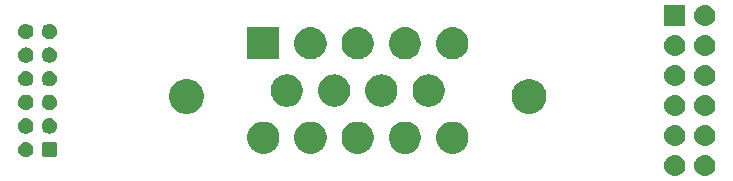
<source format=gbr>
G04 #@! TF.GenerationSoftware,KiCad,Pcbnew,(5.1.4)-1*
G04 #@! TF.CreationDate,2020-11-15T00:00:24-05:00*
G04 #@! TF.ProjectId,MAIN_newBreakoutBoard,4d41494e-5f6e-4657-9742-7265616b6f75,v1.0*
G04 #@! TF.SameCoordinates,Original*
G04 #@! TF.FileFunction,Soldermask,Top*
G04 #@! TF.FilePolarity,Negative*
%FSLAX46Y46*%
G04 Gerber Fmt 4.6, Leading zero omitted, Abs format (unit mm)*
G04 Created by KiCad (PCBNEW (5.1.4)-1) date 2020-11-15 00:00:24*
%MOMM*%
%LPD*%
G04 APERTURE LIST*
%ADD10C,0.100000*%
G04 APERTURE END LIST*
D10*
G36*
X179546588Y-105462234D02*
G01*
X179716389Y-105513743D01*
X179872879Y-105597389D01*
X180010043Y-105709957D01*
X180122611Y-105847121D01*
X180206257Y-106003611D01*
X180257766Y-106173412D01*
X180275158Y-106350000D01*
X180257766Y-106526588D01*
X180206257Y-106696389D01*
X180122611Y-106852879D01*
X180010043Y-106990043D01*
X179872879Y-107102611D01*
X179716389Y-107186257D01*
X179546588Y-107237766D01*
X179414249Y-107250800D01*
X179325751Y-107250800D01*
X179193412Y-107237766D01*
X179023611Y-107186257D01*
X178867121Y-107102611D01*
X178729957Y-106990043D01*
X178617389Y-106852879D01*
X178533743Y-106696389D01*
X178482234Y-106526588D01*
X178464842Y-106350000D01*
X178482234Y-106173412D01*
X178533743Y-106003611D01*
X178617389Y-105847121D01*
X178729957Y-105709957D01*
X178867121Y-105597389D01*
X179023611Y-105513743D01*
X179193412Y-105462234D01*
X179325751Y-105449200D01*
X179414249Y-105449200D01*
X179546588Y-105462234D01*
X179546588Y-105462234D01*
G37*
G36*
X177006588Y-105462234D02*
G01*
X177176389Y-105513743D01*
X177332879Y-105597389D01*
X177470043Y-105709957D01*
X177582611Y-105847121D01*
X177666257Y-106003611D01*
X177717766Y-106173412D01*
X177735158Y-106350000D01*
X177717766Y-106526588D01*
X177666257Y-106696389D01*
X177582611Y-106852879D01*
X177470043Y-106990043D01*
X177332879Y-107102611D01*
X177176389Y-107186257D01*
X177006588Y-107237766D01*
X176874249Y-107250800D01*
X176785751Y-107250800D01*
X176653412Y-107237766D01*
X176483611Y-107186257D01*
X176327121Y-107102611D01*
X176189957Y-106990043D01*
X176077389Y-106852879D01*
X175993743Y-106696389D01*
X175942234Y-106526588D01*
X175924842Y-106350000D01*
X175942234Y-106173412D01*
X175993743Y-106003611D01*
X176077389Y-105847121D01*
X176189957Y-105709957D01*
X176327121Y-105597389D01*
X176483611Y-105513743D01*
X176653412Y-105462234D01*
X176785751Y-105449200D01*
X176874249Y-105449200D01*
X177006588Y-105462234D01*
X177006588Y-105462234D01*
G37*
G36*
X122079831Y-104374210D02*
G01*
X122198269Y-104423268D01*
X122304861Y-104494491D01*
X122395509Y-104585139D01*
X122466732Y-104691731D01*
X122515790Y-104810169D01*
X122540800Y-104935902D01*
X122540800Y-105064098D01*
X122515790Y-105189831D01*
X122466732Y-105308269D01*
X122395509Y-105414861D01*
X122304861Y-105505509D01*
X122198269Y-105576732D01*
X122079831Y-105625790D01*
X121954098Y-105650800D01*
X121825902Y-105650800D01*
X121700169Y-105625790D01*
X121581731Y-105576732D01*
X121475139Y-105505509D01*
X121384491Y-105414861D01*
X121313268Y-105308269D01*
X121264210Y-105189831D01*
X121239200Y-105064098D01*
X121239200Y-104935902D01*
X121264210Y-104810169D01*
X121313268Y-104691731D01*
X121384491Y-104585139D01*
X121475139Y-104494491D01*
X121581731Y-104423268D01*
X121700169Y-104374210D01*
X121825902Y-104349200D01*
X121954098Y-104349200D01*
X122079831Y-104374210D01*
X122079831Y-104374210D01*
G37*
G36*
X124346198Y-104354084D02*
G01*
X124391499Y-104367826D01*
X124433240Y-104390137D01*
X124469833Y-104420167D01*
X124499863Y-104456760D01*
X124522174Y-104498501D01*
X124535916Y-104543802D01*
X124540800Y-104593391D01*
X124540800Y-105406609D01*
X124535916Y-105456198D01*
X124522174Y-105501499D01*
X124499863Y-105543240D01*
X124469833Y-105579833D01*
X124433240Y-105609863D01*
X124391499Y-105632174D01*
X124346198Y-105645916D01*
X124296609Y-105650800D01*
X123483391Y-105650800D01*
X123433802Y-105645916D01*
X123388501Y-105632174D01*
X123346760Y-105609863D01*
X123310167Y-105579833D01*
X123280137Y-105543240D01*
X123257826Y-105501499D01*
X123244084Y-105456198D01*
X123239200Y-105406609D01*
X123239200Y-104593391D01*
X123244084Y-104543802D01*
X123257826Y-104498501D01*
X123280137Y-104456760D01*
X123310167Y-104420167D01*
X123346760Y-104390137D01*
X123388501Y-104367826D01*
X123433802Y-104354084D01*
X123483391Y-104349200D01*
X124296609Y-104349200D01*
X124346198Y-104354084D01*
X124346198Y-104354084D01*
G37*
G36*
X150222069Y-102654164D02*
G01*
X150397662Y-102689091D01*
X150645765Y-102791859D01*
X150869053Y-102941055D01*
X151058945Y-103130947D01*
X151208141Y-103354235D01*
X151310909Y-103602338D01*
X151363300Y-103865728D01*
X151363300Y-104134272D01*
X151310909Y-104397662D01*
X151208141Y-104645765D01*
X151058945Y-104869053D01*
X150869053Y-105058945D01*
X150645765Y-105208141D01*
X150397662Y-105310909D01*
X150222069Y-105345836D01*
X150134273Y-105363300D01*
X149865727Y-105363300D01*
X149777931Y-105345836D01*
X149602338Y-105310909D01*
X149354235Y-105208141D01*
X149130947Y-105058945D01*
X148941055Y-104869053D01*
X148791859Y-104645765D01*
X148689091Y-104397662D01*
X148636700Y-104134272D01*
X148636700Y-103865728D01*
X148689091Y-103602338D01*
X148791859Y-103354235D01*
X148941055Y-103130947D01*
X149130947Y-102941055D01*
X149354235Y-102791859D01*
X149602338Y-102689091D01*
X149777931Y-102654164D01*
X149865727Y-102636700D01*
X150134273Y-102636700D01*
X150222069Y-102654164D01*
X150222069Y-102654164D01*
G37*
G36*
X146222069Y-102654164D02*
G01*
X146397662Y-102689091D01*
X146645765Y-102791859D01*
X146869053Y-102941055D01*
X147058945Y-103130947D01*
X147208141Y-103354235D01*
X147310909Y-103602338D01*
X147363300Y-103865728D01*
X147363300Y-104134272D01*
X147310909Y-104397662D01*
X147208141Y-104645765D01*
X147058945Y-104869053D01*
X146869053Y-105058945D01*
X146645765Y-105208141D01*
X146397662Y-105310909D01*
X146222069Y-105345836D01*
X146134273Y-105363300D01*
X145865727Y-105363300D01*
X145777931Y-105345836D01*
X145602338Y-105310909D01*
X145354235Y-105208141D01*
X145130947Y-105058945D01*
X144941055Y-104869053D01*
X144791859Y-104645765D01*
X144689091Y-104397662D01*
X144636700Y-104134272D01*
X144636700Y-103865728D01*
X144689091Y-103602338D01*
X144791859Y-103354235D01*
X144941055Y-103130947D01*
X145130947Y-102941055D01*
X145354235Y-102791859D01*
X145602338Y-102689091D01*
X145777931Y-102654164D01*
X145865727Y-102636700D01*
X146134273Y-102636700D01*
X146222069Y-102654164D01*
X146222069Y-102654164D01*
G37*
G36*
X142222069Y-102654164D02*
G01*
X142397662Y-102689091D01*
X142645765Y-102791859D01*
X142869053Y-102941055D01*
X143058945Y-103130947D01*
X143208141Y-103354235D01*
X143310909Y-103602338D01*
X143363300Y-103865728D01*
X143363300Y-104134272D01*
X143310909Y-104397662D01*
X143208141Y-104645765D01*
X143058945Y-104869053D01*
X142869053Y-105058945D01*
X142645765Y-105208141D01*
X142397662Y-105310909D01*
X142222069Y-105345836D01*
X142134273Y-105363300D01*
X141865727Y-105363300D01*
X141777931Y-105345836D01*
X141602338Y-105310909D01*
X141354235Y-105208141D01*
X141130947Y-105058945D01*
X140941055Y-104869053D01*
X140791859Y-104645765D01*
X140689091Y-104397662D01*
X140636700Y-104134272D01*
X140636700Y-103865728D01*
X140689091Y-103602338D01*
X140791859Y-103354235D01*
X140941055Y-103130947D01*
X141130947Y-102941055D01*
X141354235Y-102791859D01*
X141602338Y-102689091D01*
X141777931Y-102654164D01*
X141865727Y-102636700D01*
X142134273Y-102636700D01*
X142222069Y-102654164D01*
X142222069Y-102654164D01*
G37*
G36*
X154222069Y-102654164D02*
G01*
X154397662Y-102689091D01*
X154645765Y-102791859D01*
X154869053Y-102941055D01*
X155058945Y-103130947D01*
X155208141Y-103354235D01*
X155310909Y-103602338D01*
X155363300Y-103865728D01*
X155363300Y-104134272D01*
X155310909Y-104397662D01*
X155208141Y-104645765D01*
X155058945Y-104869053D01*
X154869053Y-105058945D01*
X154645765Y-105208141D01*
X154397662Y-105310909D01*
X154222069Y-105345836D01*
X154134273Y-105363300D01*
X153865727Y-105363300D01*
X153777931Y-105345836D01*
X153602338Y-105310909D01*
X153354235Y-105208141D01*
X153130947Y-105058945D01*
X152941055Y-104869053D01*
X152791859Y-104645765D01*
X152689091Y-104397662D01*
X152636700Y-104134272D01*
X152636700Y-103865728D01*
X152689091Y-103602338D01*
X152791859Y-103354235D01*
X152941055Y-103130947D01*
X153130947Y-102941055D01*
X153354235Y-102791859D01*
X153602338Y-102689091D01*
X153777931Y-102654164D01*
X153865727Y-102636700D01*
X154134273Y-102636700D01*
X154222069Y-102654164D01*
X154222069Y-102654164D01*
G37*
G36*
X158222069Y-102654164D02*
G01*
X158397662Y-102689091D01*
X158645765Y-102791859D01*
X158869053Y-102941055D01*
X159058945Y-103130947D01*
X159208141Y-103354235D01*
X159310909Y-103602338D01*
X159363300Y-103865728D01*
X159363300Y-104134272D01*
X159310909Y-104397662D01*
X159208141Y-104645765D01*
X159058945Y-104869053D01*
X158869053Y-105058945D01*
X158645765Y-105208141D01*
X158397662Y-105310909D01*
X158222069Y-105345836D01*
X158134273Y-105363300D01*
X157865727Y-105363300D01*
X157777931Y-105345836D01*
X157602338Y-105310909D01*
X157354235Y-105208141D01*
X157130947Y-105058945D01*
X156941055Y-104869053D01*
X156791859Y-104645765D01*
X156689091Y-104397662D01*
X156636700Y-104134272D01*
X156636700Y-103865728D01*
X156689091Y-103602338D01*
X156791859Y-103354235D01*
X156941055Y-103130947D01*
X157130947Y-102941055D01*
X157354235Y-102791859D01*
X157602338Y-102689091D01*
X157777931Y-102654164D01*
X157865727Y-102636700D01*
X158134273Y-102636700D01*
X158222069Y-102654164D01*
X158222069Y-102654164D01*
G37*
G36*
X177006588Y-102922234D02*
G01*
X177176389Y-102973743D01*
X177332879Y-103057389D01*
X177470043Y-103169957D01*
X177582611Y-103307121D01*
X177666257Y-103463611D01*
X177717766Y-103633412D01*
X177735158Y-103810000D01*
X177717766Y-103986588D01*
X177666257Y-104156389D01*
X177582611Y-104312879D01*
X177470043Y-104450043D01*
X177332879Y-104562611D01*
X177176389Y-104646257D01*
X177006588Y-104697766D01*
X176874249Y-104710800D01*
X176785751Y-104710800D01*
X176653412Y-104697766D01*
X176483611Y-104646257D01*
X176327121Y-104562611D01*
X176189957Y-104450043D01*
X176077389Y-104312879D01*
X175993743Y-104156389D01*
X175942234Y-103986588D01*
X175924842Y-103810000D01*
X175942234Y-103633412D01*
X175993743Y-103463611D01*
X176077389Y-103307121D01*
X176189957Y-103169957D01*
X176327121Y-103057389D01*
X176483611Y-102973743D01*
X176653412Y-102922234D01*
X176785751Y-102909200D01*
X176874249Y-102909200D01*
X177006588Y-102922234D01*
X177006588Y-102922234D01*
G37*
G36*
X179546588Y-102922234D02*
G01*
X179716389Y-102973743D01*
X179872879Y-103057389D01*
X180010043Y-103169957D01*
X180122611Y-103307121D01*
X180206257Y-103463611D01*
X180257766Y-103633412D01*
X180275158Y-103810000D01*
X180257766Y-103986588D01*
X180206257Y-104156389D01*
X180122611Y-104312879D01*
X180010043Y-104450043D01*
X179872879Y-104562611D01*
X179716389Y-104646257D01*
X179546588Y-104697766D01*
X179414249Y-104710800D01*
X179325751Y-104710800D01*
X179193412Y-104697766D01*
X179023611Y-104646257D01*
X178867121Y-104562611D01*
X178729957Y-104450043D01*
X178617389Y-104312879D01*
X178533743Y-104156389D01*
X178482234Y-103986588D01*
X178464842Y-103810000D01*
X178482234Y-103633412D01*
X178533743Y-103463611D01*
X178617389Y-103307121D01*
X178729957Y-103169957D01*
X178867121Y-103057389D01*
X179023611Y-102973743D01*
X179193412Y-102922234D01*
X179325751Y-102909200D01*
X179414249Y-102909200D01*
X179546588Y-102922234D01*
X179546588Y-102922234D01*
G37*
G36*
X124079831Y-102374210D02*
G01*
X124198269Y-102423268D01*
X124304861Y-102494491D01*
X124395509Y-102585139D01*
X124466732Y-102691731D01*
X124515790Y-102810169D01*
X124540800Y-102935902D01*
X124540800Y-103064098D01*
X124515790Y-103189831D01*
X124466732Y-103308269D01*
X124395509Y-103414861D01*
X124304861Y-103505509D01*
X124198269Y-103576732D01*
X124079831Y-103625790D01*
X123954098Y-103650800D01*
X123825902Y-103650800D01*
X123700169Y-103625790D01*
X123581731Y-103576732D01*
X123475139Y-103505509D01*
X123384491Y-103414861D01*
X123313268Y-103308269D01*
X123264210Y-103189831D01*
X123239200Y-103064098D01*
X123239200Y-102935902D01*
X123264210Y-102810169D01*
X123313268Y-102691731D01*
X123384491Y-102585139D01*
X123475139Y-102494491D01*
X123581731Y-102423268D01*
X123700169Y-102374210D01*
X123825902Y-102349200D01*
X123954098Y-102349200D01*
X124079831Y-102374210D01*
X124079831Y-102374210D01*
G37*
G36*
X122079831Y-102374210D02*
G01*
X122198269Y-102423268D01*
X122304861Y-102494491D01*
X122395509Y-102585139D01*
X122466732Y-102691731D01*
X122515790Y-102810169D01*
X122540800Y-102935902D01*
X122540800Y-103064098D01*
X122515790Y-103189831D01*
X122466732Y-103308269D01*
X122395509Y-103414861D01*
X122304861Y-103505509D01*
X122198269Y-103576732D01*
X122079831Y-103625790D01*
X121954098Y-103650800D01*
X121825902Y-103650800D01*
X121700169Y-103625790D01*
X121581731Y-103576732D01*
X121475139Y-103505509D01*
X121384491Y-103414861D01*
X121313268Y-103308269D01*
X121264210Y-103189831D01*
X121239200Y-103064098D01*
X121239200Y-102935902D01*
X121264210Y-102810169D01*
X121313268Y-102691731D01*
X121384491Y-102585139D01*
X121475139Y-102494491D01*
X121581731Y-102423268D01*
X121700169Y-102374210D01*
X121825902Y-102349200D01*
X121954098Y-102349200D01*
X122079831Y-102374210D01*
X122079831Y-102374210D01*
G37*
G36*
X177006588Y-100382234D02*
G01*
X177176389Y-100433743D01*
X177332879Y-100517389D01*
X177470043Y-100629957D01*
X177582611Y-100767121D01*
X177666257Y-100923611D01*
X177717766Y-101093412D01*
X177735158Y-101270000D01*
X177717766Y-101446588D01*
X177666257Y-101616389D01*
X177582611Y-101772879D01*
X177470043Y-101910043D01*
X177332879Y-102022611D01*
X177176389Y-102106257D01*
X177006588Y-102157766D01*
X176874249Y-102170800D01*
X176785751Y-102170800D01*
X176653412Y-102157766D01*
X176483611Y-102106257D01*
X176327121Y-102022611D01*
X176189957Y-101910043D01*
X176077389Y-101772879D01*
X175993743Y-101616389D01*
X175942234Y-101446588D01*
X175924842Y-101270000D01*
X175942234Y-101093412D01*
X175993743Y-100923611D01*
X176077389Y-100767121D01*
X176189957Y-100629957D01*
X176327121Y-100517389D01*
X176483611Y-100433743D01*
X176653412Y-100382234D01*
X176785751Y-100369200D01*
X176874249Y-100369200D01*
X177006588Y-100382234D01*
X177006588Y-100382234D01*
G37*
G36*
X179546588Y-100382234D02*
G01*
X179716389Y-100433743D01*
X179872879Y-100517389D01*
X180010043Y-100629957D01*
X180122611Y-100767121D01*
X180206257Y-100923611D01*
X180257766Y-101093412D01*
X180275158Y-101270000D01*
X180257766Y-101446588D01*
X180206257Y-101616389D01*
X180122611Y-101772879D01*
X180010043Y-101910043D01*
X179872879Y-102022611D01*
X179716389Y-102106257D01*
X179546588Y-102157766D01*
X179414249Y-102170800D01*
X179325751Y-102170800D01*
X179193412Y-102157766D01*
X179023611Y-102106257D01*
X178867121Y-102022611D01*
X178729957Y-101910043D01*
X178617389Y-101772879D01*
X178533743Y-101616389D01*
X178482234Y-101446588D01*
X178464842Y-101270000D01*
X178482234Y-101093412D01*
X178533743Y-100923611D01*
X178617389Y-100767121D01*
X178729957Y-100629957D01*
X178867121Y-100517389D01*
X179023611Y-100433743D01*
X179193412Y-100382234D01*
X179325751Y-100369200D01*
X179414249Y-100369200D01*
X179546588Y-100382234D01*
X179546588Y-100382234D01*
G37*
G36*
X164930475Y-99080914D02*
G01*
X165199054Y-99192163D01*
X165440768Y-99353671D01*
X165646329Y-99559232D01*
X165807837Y-99800946D01*
X165919086Y-100069525D01*
X165975800Y-100354646D01*
X165975800Y-100645354D01*
X165919086Y-100930475D01*
X165807837Y-101199054D01*
X165646329Y-101440768D01*
X165440768Y-101646329D01*
X165199054Y-101807837D01*
X164930475Y-101919086D01*
X164645354Y-101975800D01*
X164354646Y-101975800D01*
X164069525Y-101919086D01*
X163800946Y-101807837D01*
X163559232Y-101646329D01*
X163353671Y-101440768D01*
X163192163Y-101199054D01*
X163080914Y-100930475D01*
X163024200Y-100645354D01*
X163024200Y-100354646D01*
X163080914Y-100069525D01*
X163192163Y-99800946D01*
X163353671Y-99559232D01*
X163559232Y-99353671D01*
X163800946Y-99192163D01*
X164069525Y-99080914D01*
X164354646Y-99024200D01*
X164645354Y-99024200D01*
X164930475Y-99080914D01*
X164930475Y-99080914D01*
G37*
G36*
X135930475Y-99080914D02*
G01*
X136199054Y-99192163D01*
X136440768Y-99353671D01*
X136646329Y-99559232D01*
X136807837Y-99800946D01*
X136919086Y-100069525D01*
X136975800Y-100354646D01*
X136975800Y-100645354D01*
X136919086Y-100930475D01*
X136807837Y-101199054D01*
X136646329Y-101440768D01*
X136440768Y-101646329D01*
X136199054Y-101807837D01*
X135930475Y-101919086D01*
X135645354Y-101975800D01*
X135354646Y-101975800D01*
X135069525Y-101919086D01*
X134800946Y-101807837D01*
X134559232Y-101646329D01*
X134353671Y-101440768D01*
X134192163Y-101199054D01*
X134080914Y-100930475D01*
X134024200Y-100645354D01*
X134024200Y-100354646D01*
X134080914Y-100069525D01*
X134192163Y-99800946D01*
X134353671Y-99559232D01*
X134559232Y-99353671D01*
X134800946Y-99192163D01*
X135069525Y-99080914D01*
X135354646Y-99024200D01*
X135645354Y-99024200D01*
X135930475Y-99080914D01*
X135930475Y-99080914D01*
G37*
G36*
X122079831Y-100374210D02*
G01*
X122198269Y-100423268D01*
X122304861Y-100494491D01*
X122395509Y-100585139D01*
X122466732Y-100691731D01*
X122515790Y-100810169D01*
X122540800Y-100935902D01*
X122540800Y-101064098D01*
X122515790Y-101189831D01*
X122466732Y-101308269D01*
X122395509Y-101414861D01*
X122304861Y-101505509D01*
X122198269Y-101576732D01*
X122079831Y-101625790D01*
X121954098Y-101650800D01*
X121825902Y-101650800D01*
X121700169Y-101625790D01*
X121581731Y-101576732D01*
X121475139Y-101505509D01*
X121384491Y-101414861D01*
X121313268Y-101308269D01*
X121264210Y-101189831D01*
X121239200Y-101064098D01*
X121239200Y-100935902D01*
X121264210Y-100810169D01*
X121313268Y-100691731D01*
X121384491Y-100585139D01*
X121475139Y-100494491D01*
X121581731Y-100423268D01*
X121700169Y-100374210D01*
X121825902Y-100349200D01*
X121954098Y-100349200D01*
X122079831Y-100374210D01*
X122079831Y-100374210D01*
G37*
G36*
X124079831Y-100374210D02*
G01*
X124198269Y-100423268D01*
X124304861Y-100494491D01*
X124395509Y-100585139D01*
X124466732Y-100691731D01*
X124515790Y-100810169D01*
X124540800Y-100935902D01*
X124540800Y-101064098D01*
X124515790Y-101189831D01*
X124466732Y-101308269D01*
X124395509Y-101414861D01*
X124304861Y-101505509D01*
X124198269Y-101576732D01*
X124079831Y-101625790D01*
X123954098Y-101650800D01*
X123825902Y-101650800D01*
X123700169Y-101625790D01*
X123581731Y-101576732D01*
X123475139Y-101505509D01*
X123384491Y-101414861D01*
X123313268Y-101308269D01*
X123264210Y-101189831D01*
X123239200Y-101064098D01*
X123239200Y-100935902D01*
X123264210Y-100810169D01*
X123313268Y-100691731D01*
X123384491Y-100585139D01*
X123475139Y-100494491D01*
X123581731Y-100423268D01*
X123700169Y-100374210D01*
X123825902Y-100349200D01*
X123954098Y-100349200D01*
X124079831Y-100374210D01*
X124079831Y-100374210D01*
G37*
G36*
X144222069Y-98654164D02*
G01*
X144397662Y-98689091D01*
X144645765Y-98791859D01*
X144869053Y-98941055D01*
X145058945Y-99130947D01*
X145208141Y-99354235D01*
X145310909Y-99602338D01*
X145363300Y-99865728D01*
X145363300Y-100134272D01*
X145310909Y-100397662D01*
X145208141Y-100645765D01*
X145058945Y-100869053D01*
X144869053Y-101058945D01*
X144645765Y-101208141D01*
X144397662Y-101310909D01*
X144222069Y-101345836D01*
X144134273Y-101363300D01*
X143865727Y-101363300D01*
X143777931Y-101345836D01*
X143602338Y-101310909D01*
X143354235Y-101208141D01*
X143130947Y-101058945D01*
X142941055Y-100869053D01*
X142791859Y-100645765D01*
X142689091Y-100397662D01*
X142636700Y-100134272D01*
X142636700Y-99865728D01*
X142689091Y-99602338D01*
X142791859Y-99354235D01*
X142941055Y-99130947D01*
X143130947Y-98941055D01*
X143354235Y-98791859D01*
X143602338Y-98689091D01*
X143777931Y-98654164D01*
X143865727Y-98636700D01*
X144134273Y-98636700D01*
X144222069Y-98654164D01*
X144222069Y-98654164D01*
G37*
G36*
X156222069Y-98654164D02*
G01*
X156397662Y-98689091D01*
X156645765Y-98791859D01*
X156869053Y-98941055D01*
X157058945Y-99130947D01*
X157208141Y-99354235D01*
X157310909Y-99602338D01*
X157363300Y-99865728D01*
X157363300Y-100134272D01*
X157310909Y-100397662D01*
X157208141Y-100645765D01*
X157058945Y-100869053D01*
X156869053Y-101058945D01*
X156645765Y-101208141D01*
X156397662Y-101310909D01*
X156222069Y-101345836D01*
X156134273Y-101363300D01*
X155865727Y-101363300D01*
X155777931Y-101345836D01*
X155602338Y-101310909D01*
X155354235Y-101208141D01*
X155130947Y-101058945D01*
X154941055Y-100869053D01*
X154791859Y-100645765D01*
X154689091Y-100397662D01*
X154636700Y-100134272D01*
X154636700Y-99865728D01*
X154689091Y-99602338D01*
X154791859Y-99354235D01*
X154941055Y-99130947D01*
X155130947Y-98941055D01*
X155354235Y-98791859D01*
X155602338Y-98689091D01*
X155777931Y-98654164D01*
X155865727Y-98636700D01*
X156134273Y-98636700D01*
X156222069Y-98654164D01*
X156222069Y-98654164D01*
G37*
G36*
X152222069Y-98654164D02*
G01*
X152397662Y-98689091D01*
X152645765Y-98791859D01*
X152869053Y-98941055D01*
X153058945Y-99130947D01*
X153208141Y-99354235D01*
X153310909Y-99602338D01*
X153363300Y-99865728D01*
X153363300Y-100134272D01*
X153310909Y-100397662D01*
X153208141Y-100645765D01*
X153058945Y-100869053D01*
X152869053Y-101058945D01*
X152645765Y-101208141D01*
X152397662Y-101310909D01*
X152222069Y-101345836D01*
X152134273Y-101363300D01*
X151865727Y-101363300D01*
X151777931Y-101345836D01*
X151602338Y-101310909D01*
X151354235Y-101208141D01*
X151130947Y-101058945D01*
X150941055Y-100869053D01*
X150791859Y-100645765D01*
X150689091Y-100397662D01*
X150636700Y-100134272D01*
X150636700Y-99865728D01*
X150689091Y-99602338D01*
X150791859Y-99354235D01*
X150941055Y-99130947D01*
X151130947Y-98941055D01*
X151354235Y-98791859D01*
X151602338Y-98689091D01*
X151777931Y-98654164D01*
X151865727Y-98636700D01*
X152134273Y-98636700D01*
X152222069Y-98654164D01*
X152222069Y-98654164D01*
G37*
G36*
X148222069Y-98654164D02*
G01*
X148397662Y-98689091D01*
X148645765Y-98791859D01*
X148869053Y-98941055D01*
X149058945Y-99130947D01*
X149208141Y-99354235D01*
X149310909Y-99602338D01*
X149363300Y-99865728D01*
X149363300Y-100134272D01*
X149310909Y-100397662D01*
X149208141Y-100645765D01*
X149058945Y-100869053D01*
X148869053Y-101058945D01*
X148645765Y-101208141D01*
X148397662Y-101310909D01*
X148222069Y-101345836D01*
X148134273Y-101363300D01*
X147865727Y-101363300D01*
X147777931Y-101345836D01*
X147602338Y-101310909D01*
X147354235Y-101208141D01*
X147130947Y-101058945D01*
X146941055Y-100869053D01*
X146791859Y-100645765D01*
X146689091Y-100397662D01*
X146636700Y-100134272D01*
X146636700Y-99865728D01*
X146689091Y-99602338D01*
X146791859Y-99354235D01*
X146941055Y-99130947D01*
X147130947Y-98941055D01*
X147354235Y-98791859D01*
X147602338Y-98689091D01*
X147777931Y-98654164D01*
X147865727Y-98636700D01*
X148134273Y-98636700D01*
X148222069Y-98654164D01*
X148222069Y-98654164D01*
G37*
G36*
X124079831Y-98374210D02*
G01*
X124198269Y-98423268D01*
X124304861Y-98494491D01*
X124395509Y-98585139D01*
X124466732Y-98691731D01*
X124515790Y-98810169D01*
X124540800Y-98935902D01*
X124540800Y-99064098D01*
X124515790Y-99189831D01*
X124466732Y-99308269D01*
X124395509Y-99414861D01*
X124304861Y-99505509D01*
X124198269Y-99576732D01*
X124079831Y-99625790D01*
X123954098Y-99650800D01*
X123825902Y-99650800D01*
X123700169Y-99625790D01*
X123581731Y-99576732D01*
X123475139Y-99505509D01*
X123384491Y-99414861D01*
X123313268Y-99308269D01*
X123264210Y-99189831D01*
X123239200Y-99064098D01*
X123239200Y-98935902D01*
X123264210Y-98810169D01*
X123313268Y-98691731D01*
X123384491Y-98585139D01*
X123475139Y-98494491D01*
X123581731Y-98423268D01*
X123700169Y-98374210D01*
X123825902Y-98349200D01*
X123954098Y-98349200D01*
X124079831Y-98374210D01*
X124079831Y-98374210D01*
G37*
G36*
X122079831Y-98374210D02*
G01*
X122198269Y-98423268D01*
X122304861Y-98494491D01*
X122395509Y-98585139D01*
X122466732Y-98691731D01*
X122515790Y-98810169D01*
X122540800Y-98935902D01*
X122540800Y-99064098D01*
X122515790Y-99189831D01*
X122466732Y-99308269D01*
X122395509Y-99414861D01*
X122304861Y-99505509D01*
X122198269Y-99576732D01*
X122079831Y-99625790D01*
X121954098Y-99650800D01*
X121825902Y-99650800D01*
X121700169Y-99625790D01*
X121581731Y-99576732D01*
X121475139Y-99505509D01*
X121384491Y-99414861D01*
X121313268Y-99308269D01*
X121264210Y-99189831D01*
X121239200Y-99064098D01*
X121239200Y-98935902D01*
X121264210Y-98810169D01*
X121313268Y-98691731D01*
X121384491Y-98585139D01*
X121475139Y-98494491D01*
X121581731Y-98423268D01*
X121700169Y-98374210D01*
X121825902Y-98349200D01*
X121954098Y-98349200D01*
X122079831Y-98374210D01*
X122079831Y-98374210D01*
G37*
G36*
X179546588Y-97842234D02*
G01*
X179716389Y-97893743D01*
X179872879Y-97977389D01*
X180010043Y-98089957D01*
X180122611Y-98227121D01*
X180206257Y-98383611D01*
X180257766Y-98553412D01*
X180275158Y-98730000D01*
X180257766Y-98906588D01*
X180206257Y-99076389D01*
X180122611Y-99232879D01*
X180010043Y-99370043D01*
X179872879Y-99482611D01*
X179716389Y-99566257D01*
X179546588Y-99617766D01*
X179414249Y-99630800D01*
X179325751Y-99630800D01*
X179193412Y-99617766D01*
X179023611Y-99566257D01*
X178867121Y-99482611D01*
X178729957Y-99370043D01*
X178617389Y-99232879D01*
X178533743Y-99076389D01*
X178482234Y-98906588D01*
X178464842Y-98730000D01*
X178482234Y-98553412D01*
X178533743Y-98383611D01*
X178617389Y-98227121D01*
X178729957Y-98089957D01*
X178867121Y-97977389D01*
X179023611Y-97893743D01*
X179193412Y-97842234D01*
X179325751Y-97829200D01*
X179414249Y-97829200D01*
X179546588Y-97842234D01*
X179546588Y-97842234D01*
G37*
G36*
X177006588Y-97842234D02*
G01*
X177176389Y-97893743D01*
X177332879Y-97977389D01*
X177470043Y-98089957D01*
X177582611Y-98227121D01*
X177666257Y-98383611D01*
X177717766Y-98553412D01*
X177735158Y-98730000D01*
X177717766Y-98906588D01*
X177666257Y-99076389D01*
X177582611Y-99232879D01*
X177470043Y-99370043D01*
X177332879Y-99482611D01*
X177176389Y-99566257D01*
X177006588Y-99617766D01*
X176874249Y-99630800D01*
X176785751Y-99630800D01*
X176653412Y-99617766D01*
X176483611Y-99566257D01*
X176327121Y-99482611D01*
X176189957Y-99370043D01*
X176077389Y-99232879D01*
X175993743Y-99076389D01*
X175942234Y-98906588D01*
X175924842Y-98730000D01*
X175942234Y-98553412D01*
X175993743Y-98383611D01*
X176077389Y-98227121D01*
X176189957Y-98089957D01*
X176327121Y-97977389D01*
X176483611Y-97893743D01*
X176653412Y-97842234D01*
X176785751Y-97829200D01*
X176874249Y-97829200D01*
X177006588Y-97842234D01*
X177006588Y-97842234D01*
G37*
G36*
X124079831Y-96374210D02*
G01*
X124198269Y-96423268D01*
X124304861Y-96494491D01*
X124395509Y-96585139D01*
X124466732Y-96691731D01*
X124515790Y-96810169D01*
X124540800Y-96935902D01*
X124540800Y-97064098D01*
X124515790Y-97189831D01*
X124466732Y-97308269D01*
X124395509Y-97414861D01*
X124304861Y-97505509D01*
X124198269Y-97576732D01*
X124079831Y-97625790D01*
X123954098Y-97650800D01*
X123825902Y-97650800D01*
X123700169Y-97625790D01*
X123581731Y-97576732D01*
X123475139Y-97505509D01*
X123384491Y-97414861D01*
X123313268Y-97308269D01*
X123264210Y-97189831D01*
X123239200Y-97064098D01*
X123239200Y-96935902D01*
X123264210Y-96810169D01*
X123313268Y-96691731D01*
X123384491Y-96585139D01*
X123475139Y-96494491D01*
X123581731Y-96423268D01*
X123700169Y-96374210D01*
X123825902Y-96349200D01*
X123954098Y-96349200D01*
X124079831Y-96374210D01*
X124079831Y-96374210D01*
G37*
G36*
X122079831Y-96374210D02*
G01*
X122198269Y-96423268D01*
X122304861Y-96494491D01*
X122395509Y-96585139D01*
X122466732Y-96691731D01*
X122515790Y-96810169D01*
X122540800Y-96935902D01*
X122540800Y-97064098D01*
X122515790Y-97189831D01*
X122466732Y-97308269D01*
X122395509Y-97414861D01*
X122304861Y-97505509D01*
X122198269Y-97576732D01*
X122079831Y-97625790D01*
X121954098Y-97650800D01*
X121825902Y-97650800D01*
X121700169Y-97625790D01*
X121581731Y-97576732D01*
X121475139Y-97505509D01*
X121384491Y-97414861D01*
X121313268Y-97308269D01*
X121264210Y-97189831D01*
X121239200Y-97064098D01*
X121239200Y-96935902D01*
X121264210Y-96810169D01*
X121313268Y-96691731D01*
X121384491Y-96585139D01*
X121475139Y-96494491D01*
X121581731Y-96423268D01*
X121700169Y-96374210D01*
X121825902Y-96349200D01*
X121954098Y-96349200D01*
X122079831Y-96374210D01*
X122079831Y-96374210D01*
G37*
G36*
X158222069Y-94654164D02*
G01*
X158397662Y-94689091D01*
X158645765Y-94791859D01*
X158869053Y-94941055D01*
X159058945Y-95130947D01*
X159208141Y-95354235D01*
X159310909Y-95602338D01*
X159363300Y-95865728D01*
X159363300Y-96134272D01*
X159310909Y-96397662D01*
X159208141Y-96645765D01*
X159058945Y-96869053D01*
X158869053Y-97058945D01*
X158645765Y-97208141D01*
X158397662Y-97310909D01*
X158222069Y-97345836D01*
X158134273Y-97363300D01*
X157865727Y-97363300D01*
X157777931Y-97345836D01*
X157602338Y-97310909D01*
X157354235Y-97208141D01*
X157130947Y-97058945D01*
X156941055Y-96869053D01*
X156791859Y-96645765D01*
X156689091Y-96397662D01*
X156636700Y-96134272D01*
X156636700Y-95865728D01*
X156689091Y-95602338D01*
X156791859Y-95354235D01*
X156941055Y-95130947D01*
X157130947Y-94941055D01*
X157354235Y-94791859D01*
X157602338Y-94689091D01*
X157777931Y-94654164D01*
X157865727Y-94636700D01*
X158134273Y-94636700D01*
X158222069Y-94654164D01*
X158222069Y-94654164D01*
G37*
G36*
X146222069Y-94654164D02*
G01*
X146397662Y-94689091D01*
X146645765Y-94791859D01*
X146869053Y-94941055D01*
X147058945Y-95130947D01*
X147208141Y-95354235D01*
X147310909Y-95602338D01*
X147363300Y-95865728D01*
X147363300Y-96134272D01*
X147310909Y-96397662D01*
X147208141Y-96645765D01*
X147058945Y-96869053D01*
X146869053Y-97058945D01*
X146645765Y-97208141D01*
X146397662Y-97310909D01*
X146222069Y-97345836D01*
X146134273Y-97363300D01*
X145865727Y-97363300D01*
X145777931Y-97345836D01*
X145602338Y-97310909D01*
X145354235Y-97208141D01*
X145130947Y-97058945D01*
X144941055Y-96869053D01*
X144791859Y-96645765D01*
X144689091Y-96397662D01*
X144636700Y-96134272D01*
X144636700Y-95865728D01*
X144689091Y-95602338D01*
X144791859Y-95354235D01*
X144941055Y-95130947D01*
X145130947Y-94941055D01*
X145354235Y-94791859D01*
X145602338Y-94689091D01*
X145777931Y-94654164D01*
X145865727Y-94636700D01*
X146134273Y-94636700D01*
X146222069Y-94654164D01*
X146222069Y-94654164D01*
G37*
G36*
X150222069Y-94654164D02*
G01*
X150397662Y-94689091D01*
X150645765Y-94791859D01*
X150869053Y-94941055D01*
X151058945Y-95130947D01*
X151208141Y-95354235D01*
X151310909Y-95602338D01*
X151363300Y-95865728D01*
X151363300Y-96134272D01*
X151310909Y-96397662D01*
X151208141Y-96645765D01*
X151058945Y-96869053D01*
X150869053Y-97058945D01*
X150645765Y-97208141D01*
X150397662Y-97310909D01*
X150222069Y-97345836D01*
X150134273Y-97363300D01*
X149865727Y-97363300D01*
X149777931Y-97345836D01*
X149602338Y-97310909D01*
X149354235Y-97208141D01*
X149130947Y-97058945D01*
X148941055Y-96869053D01*
X148791859Y-96645765D01*
X148689091Y-96397662D01*
X148636700Y-96134272D01*
X148636700Y-95865728D01*
X148689091Y-95602338D01*
X148791859Y-95354235D01*
X148941055Y-95130947D01*
X149130947Y-94941055D01*
X149354235Y-94791859D01*
X149602338Y-94689091D01*
X149777931Y-94654164D01*
X149865727Y-94636700D01*
X150134273Y-94636700D01*
X150222069Y-94654164D01*
X150222069Y-94654164D01*
G37*
G36*
X154222069Y-94654164D02*
G01*
X154397662Y-94689091D01*
X154645765Y-94791859D01*
X154869053Y-94941055D01*
X155058945Y-95130947D01*
X155208141Y-95354235D01*
X155310909Y-95602338D01*
X155363300Y-95865728D01*
X155363300Y-96134272D01*
X155310909Y-96397662D01*
X155208141Y-96645765D01*
X155058945Y-96869053D01*
X154869053Y-97058945D01*
X154645765Y-97208141D01*
X154397662Y-97310909D01*
X154222069Y-97345836D01*
X154134273Y-97363300D01*
X153865727Y-97363300D01*
X153777931Y-97345836D01*
X153602338Y-97310909D01*
X153354235Y-97208141D01*
X153130947Y-97058945D01*
X152941055Y-96869053D01*
X152791859Y-96645765D01*
X152689091Y-96397662D01*
X152636700Y-96134272D01*
X152636700Y-95865728D01*
X152689091Y-95602338D01*
X152791859Y-95354235D01*
X152941055Y-95130947D01*
X153130947Y-94941055D01*
X153354235Y-94791859D01*
X153602338Y-94689091D01*
X153777931Y-94654164D01*
X153865727Y-94636700D01*
X154134273Y-94636700D01*
X154222069Y-94654164D01*
X154222069Y-94654164D01*
G37*
G36*
X143363300Y-97363300D02*
G01*
X140636700Y-97363300D01*
X140636700Y-94636700D01*
X143363300Y-94636700D01*
X143363300Y-97363300D01*
X143363300Y-97363300D01*
G37*
G36*
X177006588Y-95302234D02*
G01*
X177176389Y-95353743D01*
X177332879Y-95437389D01*
X177470043Y-95549957D01*
X177582611Y-95687121D01*
X177666257Y-95843611D01*
X177717766Y-96013412D01*
X177735158Y-96190000D01*
X177717766Y-96366588D01*
X177666257Y-96536389D01*
X177582611Y-96692879D01*
X177470043Y-96830043D01*
X177332879Y-96942611D01*
X177176389Y-97026257D01*
X177006588Y-97077766D01*
X176874249Y-97090800D01*
X176785751Y-97090800D01*
X176653412Y-97077766D01*
X176483611Y-97026257D01*
X176327121Y-96942611D01*
X176189957Y-96830043D01*
X176077389Y-96692879D01*
X175993743Y-96536389D01*
X175942234Y-96366588D01*
X175924842Y-96190000D01*
X175942234Y-96013412D01*
X175993743Y-95843611D01*
X176077389Y-95687121D01*
X176189957Y-95549957D01*
X176327121Y-95437389D01*
X176483611Y-95353743D01*
X176653412Y-95302234D01*
X176785751Y-95289200D01*
X176874249Y-95289200D01*
X177006588Y-95302234D01*
X177006588Y-95302234D01*
G37*
G36*
X179546588Y-95302234D02*
G01*
X179716389Y-95353743D01*
X179872879Y-95437389D01*
X180010043Y-95549957D01*
X180122611Y-95687121D01*
X180206257Y-95843611D01*
X180257766Y-96013412D01*
X180275158Y-96190000D01*
X180257766Y-96366588D01*
X180206257Y-96536389D01*
X180122611Y-96692879D01*
X180010043Y-96830043D01*
X179872879Y-96942611D01*
X179716389Y-97026257D01*
X179546588Y-97077766D01*
X179414249Y-97090800D01*
X179325751Y-97090800D01*
X179193412Y-97077766D01*
X179023611Y-97026257D01*
X178867121Y-96942611D01*
X178729957Y-96830043D01*
X178617389Y-96692879D01*
X178533743Y-96536389D01*
X178482234Y-96366588D01*
X178464842Y-96190000D01*
X178482234Y-96013412D01*
X178533743Y-95843611D01*
X178617389Y-95687121D01*
X178729957Y-95549957D01*
X178867121Y-95437389D01*
X179023611Y-95353743D01*
X179193412Y-95302234D01*
X179325751Y-95289200D01*
X179414249Y-95289200D01*
X179546588Y-95302234D01*
X179546588Y-95302234D01*
G37*
G36*
X122079831Y-94374210D02*
G01*
X122198269Y-94423268D01*
X122304861Y-94494491D01*
X122395509Y-94585139D01*
X122466732Y-94691731D01*
X122515790Y-94810169D01*
X122540800Y-94935902D01*
X122540800Y-95064098D01*
X122515790Y-95189831D01*
X122466732Y-95308269D01*
X122395509Y-95414861D01*
X122304861Y-95505509D01*
X122198269Y-95576732D01*
X122079831Y-95625790D01*
X121954098Y-95650800D01*
X121825902Y-95650800D01*
X121700169Y-95625790D01*
X121581731Y-95576732D01*
X121475139Y-95505509D01*
X121384491Y-95414861D01*
X121313268Y-95308269D01*
X121264210Y-95189831D01*
X121239200Y-95064098D01*
X121239200Y-94935902D01*
X121264210Y-94810169D01*
X121313268Y-94691731D01*
X121384491Y-94585139D01*
X121475139Y-94494491D01*
X121581731Y-94423268D01*
X121700169Y-94374210D01*
X121825902Y-94349200D01*
X121954098Y-94349200D01*
X122079831Y-94374210D01*
X122079831Y-94374210D01*
G37*
G36*
X124079831Y-94374210D02*
G01*
X124198269Y-94423268D01*
X124304861Y-94494491D01*
X124395509Y-94585139D01*
X124466732Y-94691731D01*
X124515790Y-94810169D01*
X124540800Y-94935902D01*
X124540800Y-95064098D01*
X124515790Y-95189831D01*
X124466732Y-95308269D01*
X124395509Y-95414861D01*
X124304861Y-95505509D01*
X124198269Y-95576732D01*
X124079831Y-95625790D01*
X123954098Y-95650800D01*
X123825902Y-95650800D01*
X123700169Y-95625790D01*
X123581731Y-95576732D01*
X123475139Y-95505509D01*
X123384491Y-95414861D01*
X123313268Y-95308269D01*
X123264210Y-95189831D01*
X123239200Y-95064098D01*
X123239200Y-94935902D01*
X123264210Y-94810169D01*
X123313268Y-94691731D01*
X123384491Y-94585139D01*
X123475139Y-94494491D01*
X123581731Y-94423268D01*
X123700169Y-94374210D01*
X123825902Y-94349200D01*
X123954098Y-94349200D01*
X124079831Y-94374210D01*
X124079831Y-94374210D01*
G37*
G36*
X179546588Y-92762234D02*
G01*
X179716389Y-92813743D01*
X179872879Y-92897389D01*
X180010043Y-93009957D01*
X180122611Y-93147121D01*
X180206257Y-93303611D01*
X180257766Y-93473412D01*
X180275158Y-93650000D01*
X180257766Y-93826588D01*
X180206257Y-93996389D01*
X180122611Y-94152879D01*
X180010043Y-94290043D01*
X179872879Y-94402611D01*
X179716389Y-94486257D01*
X179546588Y-94537766D01*
X179414249Y-94550800D01*
X179325751Y-94550800D01*
X179193412Y-94537766D01*
X179023611Y-94486257D01*
X178867121Y-94402611D01*
X178729957Y-94290043D01*
X178617389Y-94152879D01*
X178533743Y-93996389D01*
X178482234Y-93826588D01*
X178464842Y-93650000D01*
X178482234Y-93473412D01*
X178533743Y-93303611D01*
X178617389Y-93147121D01*
X178729957Y-93009957D01*
X178867121Y-92897389D01*
X179023611Y-92813743D01*
X179193412Y-92762234D01*
X179325751Y-92749200D01*
X179414249Y-92749200D01*
X179546588Y-92762234D01*
X179546588Y-92762234D01*
G37*
G36*
X177730800Y-94550800D02*
G01*
X175929200Y-94550800D01*
X175929200Y-92749200D01*
X177730800Y-92749200D01*
X177730800Y-94550800D01*
X177730800Y-94550800D01*
G37*
M02*

</source>
